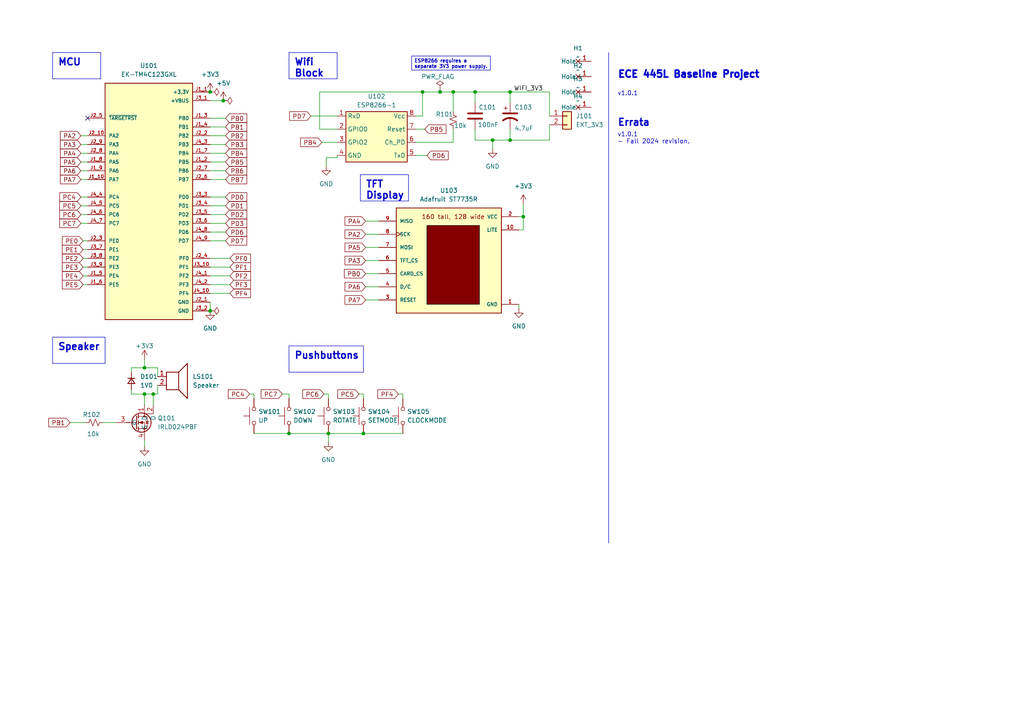
<source format=kicad_sch>
(kicad_sch (version 20250114) (generator "eeschema") (generator_version "9.0")
  (paper "A4")
  (title_block (title "ECE 445L Baseline Project") (date "2024-08-07") (rev "v1.0.1") (company "The University of Texas at Austin"))
  (text "v1.0.1\n- Fall 2024 revision." (at 179.07 41.91 0) (effects (font (size 1.27 1.27)) (justify left bottom)))
  (text "ECE 445L Baseline Project" (at 179.07 22.86 0) (effects (font (size 2 2) (thickness 0.6) (bold yes)) (justify left bottom)))
  (text "v1.0.1" (at 179.07 27.94 0) (effects (font (size 1.27 1.27)) (justify left bottom)))
  (text "Errata" (at 179.07 36.83 0) (effects (font (size 2 2) (thickness 0.4) (bold yes)) (justify left bottom)))
  (text_box "MCU" (at 15.24 15.24 0) (size 13.97 7.62) (margins 1.5 1.5 1.5 1.5) (effects (font (size 2 2) (thickness 0.4) (bold yes)) (justify left top)))
  (text_box "ESP8266 requires a separate 3V3 power supply." (at 119.38 16.256 0) (size 22.86 4.064) (margins 0.75 0.75 0.75 0.75) (effects (font (size 1 1) (bold yes)) (justify left top)))
  (text_box "Speaker" (at 15.24 97.79 0) (size 15.24 7.62) (margins 1.5 1.5 1.5 1.5) (effects (font (size 2 2) (thickness 0.4) (bold yes)) (justify left top)))
  (text_box "ESP8266 requires a separate 3V3 power supply." (at 64.77 328.041 0) (size 22.86 4.064) (margins 0.75 0.75 0.75 0.75) (effects (font (size 1 1) (bold yes)) (justify left top)))
  (text_box "MCU" (at 10.16 242.57 0) (size 13.97 7.62) (margins 1.5 1.5 1.5 1.5) (effects (font (size 2 2) (thickness 0.4) (bold yes)) (justify left top)))
  (text_box "Pushbuttons" (at 83.82 100.33 0) (size 21.59 7.62) (margins 1.5 1.5 1.5 1.5) (effects (font (size 2 2) (thickness 0.4) (bold yes)) (justify left top)))
  (text_box "TFT Display" (at 104.521 50.673 0) (size 13.97 7.62) (margins 1.5 1.5 1.5 1.5) (effects (font (size 2 2) (thickness 0.4) (bold yes)) (justify left top)))
  (text_box "Speaker" (at 73.66 244.475 0) (size 15.24 7.62) (margins 1.5 1.5 1.5 1.5) (effects (font (size 2 2) (thickness 0.4) (bold yes)) (justify left top)))
  (text_box "Thermister\n\n" (at -34.29 308.61 0) (size 21.59 7.62) (margins 1.5 1.5 1.5 1.5) (effects (font (size 2 2) (thickness 0.4) (bold yes)) (justify left top)))
  (text_box "Pushbuttons" (at -39.37 265.43 0) (size 21.59 7.62) (margins 1.5 1.5 1.5 1.5) (effects (font (size 2 2) (thickness 0.4) (bold yes)) (justify left top)))
  (text_box "Wifi Block" (at 29.21 327.025 0) (size 13.97 7.62) (margins 1.5 1.5 1.5 1.5) (effects (font (size 2 2) (thickness 0.4) (bold yes)) (justify left top)))
  (text_box "Wifi Block" (at 83.82 15.24 0) (size 13.97 7.62) (margins 1.5 1.5 1.5 1.5) (effects (font (size 2 2) (thickness 0.4) (bold yes)) (justify left top)))
  (text_box "TFT Display" (at -38.354 220.218 0) (size 13.97 7.62) (margins 1.5 1.5 1.5 1.5) (effects (font (size 2 2) (thickness 0.4) (bold yes)) (justify left top)))
  (junction (at 60.96 26.67))
  (junction (at -27.94 290.83))
  (junction (at 95.25 125.73))
  (junction (at 127.635 26.67))
  (junction (at 147.955 26.67))
  (junction (at -17.78 290.83))
  (junction (at 41.91 106.68))
  (junction (at 100.33 253.365))
  (junction (at 121.92 337.82))
  (junction (at 96.52 260.35))
  (junction (at 88.265 352.425))
  (junction (at 44.45 114.3))
  (junction (at 59.69 256.54))
  (junction (at 83.185 338.455))
  (junction (at -8.89 321.31))
  (junction (at 76.835 338.455))
  (junction (at 122.555 26.67))
  (junction (at 137.795 26.67))
  (junction (at 147.955 40.64))
  (junction (at -39.37 290.83))
  (junction (at 60.96 90.17))
  (junction (at 100.33 260.985))
  (junction (at 102.87 260.985))
  (junction (at 154.94 337.82))
  (junction (at 67.945 338.455))
  (junction (at 55.88 254))
  (junction (at 55.88 317.5))
  (junction (at 41.91 114.3))
  (junction (at 142.875 40.64))
  (junction (at 139.7 320.04))
  (junction (at 131.445 26.67))
  (junction (at 83.82 125.73))
  (junction (at 73.025 338.455))
  (junction (at 105.41 125.73))
  (junction (at 151.765 62.865))
  (junction (at 64.77 29.21))
  (junction (at 8.89 232.41))
  (junction (at 96.52 253.365))
  (junction (at 93.345 338.455))
  (no_connect (at 20.32 261.62))
  (no_connect (at 25.4 34.29))
  (wire (pts (xy 60.96 41.91) (xy 65.405 41.91)))
  (wire (pts (xy 106.045 71.755) (xy 109.855 71.755)))
  (wire (pts (xy 93.345 41.275) (xy 97.79 41.275)))
  (wire (pts (xy 81.915 114.3) (xy 83.82 114.3)))
  (wire (pts (xy 55.88 261.62) (xy 60.325 261.62)))
  (wire (pts (xy 73.66 114.3) (xy 73.66 115.57)))
  (wire (pts (xy 104.14 258.445) (xy 104.14 260.985)))
  (wire (pts (xy 116.84 114.3) (xy 116.84 115.57)))
  (wire (pts (xy 60.96 52.07) (xy 65.405 52.07)))
  (wire (pts (xy -7.62 279.4) (xy -6.35 279.4)))
  (wire (pts (xy 60.96 36.83) (xy 65.405 36.83)))
  (wire (pts (xy 91.44 260.35) (xy 96.52 260.35)))
  (wire (pts (xy 154.94 337.82) (xy 162.56 337.82)))
  (wire (pts (xy 18.415 266.7) (xy 20.32 266.7)))
  (wire (pts (xy -36.83 245.11) (xy -33.02 245.11)))
  (wire (pts (xy 95.25 125.73) (xy 95.25 128.27)))
  (wire (pts (xy -17.78 290.83) (xy -6.35 290.83)))
  (wire (pts (xy 20.32 122.555) (xy 24.765 122.555)))
  (wire (pts (xy 38.1 106.68) (xy 41.91 106.68)))
  (wire (pts (xy 94.615 45.72) (xy 94.615 48.26)))
  (wire (pts (xy -36.83 237.49) (xy -33.02 237.49)))
  (wire (pts (xy 106.045 79.375) (xy 109.855 79.375)))
  (wire (pts (xy 60.96 69.85) (xy 65.405 69.85)))
  (wire (pts (xy 19.05 304.8) (xy 20.32 304.8)))
  (wire (pts (xy 131.445 41.275) (xy 131.445 37.465)))
  (wire (pts (xy 18.415 269.24) (xy 20.32 269.24)))
  (wire (pts (xy 19.05 302.26) (xy 20.32 302.26)))
  (wire (pts (xy 23.495 64.77) (xy 25.4 64.77)))
  (wire (pts (xy 147.955 40.64) (xy 159.385 40.64)))
  (wire (pts (xy 120.65 45.085) (xy 123.825 45.085)))
  (wire (pts (xy 60.96 77.47) (xy 66.675 77.47)))
  (wire (pts (xy 45.72 111.76) (xy 45.72 114.3)))
  (wire (pts (xy 18.415 287.02) (xy 20.32 287.02)))
  (wire (pts (xy 92.71 26.67) (xy 92.71 37.465)))
  (wire (pts (xy 18.415 284.48) (xy 20.32 284.48)))
  (wire (pts (xy 43.18 357.505) (xy 39.37 357.505)))
  (wire (pts (xy 106.045 75.565) (xy 109.855 75.565)))
  (wire (pts (xy 24.13 77.47) (xy 25.4 77.47)))
  (wire (pts (xy 55.88 279.4) (xy 60.325 279.4)))
  (wire (pts (xy 73.025 337.82) (xy 73.025 338.455)))
  (wire (pts (xy 73.66 125.73) (xy 83.82 125.73)))
  (wire (pts (xy -39.37 279.4) (xy -39.37 280.67)))
  (wire (pts (xy 93.345 352.425) (xy 93.345 349.25)))
  (wire (pts (xy 23.495 62.23) (xy 25.4 62.23)))
  (wire (pts (xy 97.79 45.72) (xy 94.615 45.72)))
  (wire (pts (xy 23.495 41.91) (xy 25.4 41.91)))
  (wire (pts (xy 142.875 40.64) (xy 137.795 40.64)))
  (wire (pts (xy 41.91 104.14) (xy 41.91 106.68)))
  (wire (pts (xy 96.52 252.73) (xy 96.52 253.365)))
  (wire (pts (xy 29.845 122.555) (xy 33.655 122.555)))
  (wire (pts (xy 60.96 39.37) (xy 65.405 39.37)))
  (wire (pts (xy 91.44 252.73) (xy 96.52 252.73)))
  (wire (pts (xy 7.62 232.41) (xy 8.89 232.41)))
  (wire (pts (xy -8.89 318.77) (xy -8.89 321.31)))
  (wire (pts (xy 55.88 274.32) (xy 60.325 274.32)))
  (wire (pts (xy 60.96 87.63) (xy 60.96 90.17)))
  (wire (pts (xy 41.91 114.3) (xy 44.45 114.3)))
  (wire (pts (xy 131.445 26.67) (xy 127.635 26.67)))
  (wire (pts (xy 96.52 260.35) (xy 96.52 259.715)))
  (wire (pts (xy 38.735 353.06) (xy 43.18 353.06)))
  (wire (pts (xy 100.33 250.825) (xy 100.33 253.365)))
  (wire (pts (xy 24.13 72.39) (xy 25.4 72.39)))
  (wire (pts (xy 72.39 114.3) (xy 73.66 114.3)))
  (wire (pts (xy 96.52 260.985) (xy 96.52 260.35)))
  (wire (pts (xy 38.1 106.68) (xy 38.1 107.95)))
  (wire (pts (xy 19.05 307.34) (xy 20.32 307.34)))
  (wire (pts (xy 18.415 289.56) (xy 20.32 289.56)))
  (wire (pts (xy 60.96 85.09) (xy 66.675 85.09)))
  (wire (pts (xy 24.13 69.85) (xy 25.4 69.85)))
  (wire (pts (xy -17.78 279.4) (xy -17.78 280.67)))
  (wire (pts (xy 18.415 271.78) (xy 20.32 271.78)))
  (wire (pts (xy 38.1 114.3) (xy 41.91 114.3)))
  (wire (pts (xy 96.52 253.365) (xy 96.52 254.635)))
  (wire (pts (xy 127.635 26.035) (xy 127.635 26.67)))
  (wire (pts (xy 88.265 354.965) (xy 88.265 352.425)))
  (wire (pts (xy 23.495 49.53) (xy 25.4 49.53)))
  (wire (pts (xy 67.945 345.44) (xy 67.945 338.455)))
  (wire (pts (xy 60.96 80.01) (xy 66.675 80.01)))
  (wire (pts (xy 19.05 297.18) (xy 20.32 297.18)))
  (wire (pts (xy 121.92 320.04) (xy 121.92 323.85)))
  (wire (pts (xy -27.94 279.4) (xy -27.94 280.67)))
  (wire (pts (xy -39.37 290.83) (xy -27.94 290.83)))
  (wire (pts (xy -50.8 279.4) (xy -49.53 279.4)))
  (wire (pts (xy 139.7 320.04) (xy 139.7 326.39)))
  (wire (pts (xy 55.88 307.34) (xy 61.595 307.34)))
  (wire (pts (xy 154.94 323.85) (xy 154.94 320.04)))
  (wire (pts (xy 100.33 253.365) (xy 104.14 253.365)))
  (wire (pts (xy 55.88 302.26) (xy 61.595 302.26)))
  (wire (pts (xy 93.345 338.455) (xy 93.345 341.63)))
  (wire (pts (xy 120.65 33.655) (xy 122.555 33.655)))
  (wire (pts (xy 100.33 274.32) (xy 100.33 276.225)))
  (wire (pts (xy 60.96 34.29) (xy 65.405 34.29)))
  (wire (pts (xy 55.88 276.86) (xy 60.325 276.86)))
  (wire (pts (xy 151.765 59.055) (xy 151.765 62.865)))
  (wire (pts (xy 115.57 114.3) (xy 116.84 114.3)))
  (wire (pts (xy 154.94 320.04) (xy 139.7 320.04)))
  (wire (pts (xy 55.88 294.64) (xy 60.325 294.64)))
  (wire (pts (xy -12.7 321.31) (xy -8.89 321.31)))
  (wire (pts (xy 100.33 260.985) (xy 100.33 264.16)))
  (wire (pts (xy 24.13 80.01) (xy 25.4 80.01)))
  (wire (pts (xy 55.88 309.88) (xy 61.595 309.88)))
  (wire (pts (xy 55.88 289.56) (xy 60.325 289.56)))
  (wire (pts (xy 106.045 67.945) (xy 109.855 67.945)))
  (wire (pts (xy 88.265 352.425) (xy 93.345 352.425)))
  (wire (pts (xy 83.82 114.3) (xy 83.82 115.57)))
  (wire (pts (xy 18.415 274.32) (xy 20.32 274.32)))
  (wire (pts (xy 8.89 236.22) (xy 8.89 232.41)))
  (wire (pts (xy 97.79 45.085) (xy 97.79 45.72)))
  (wire (pts (xy 23.495 39.37) (xy 25.4 39.37)))
  (wire (pts (xy 121.92 331.47) (xy 121.92 337.82)))
  (wire (pts (xy -27.94 290.83) (xy -17.78 290.83)))
  (wire (pts (xy 83.82 125.73) (xy 95.25 125.73)))
  (wire (pts (xy 104.14 114.3) (xy 105.41 114.3)))
  (wire (pts (xy 7.62 257.81) (xy 7.62 259.08)))
  (wire (pts (xy 120.65 37.465) (xy 123.19 37.465)))
  (wire (pts (xy 23.495 44.45) (xy 25.4 44.45)))
  (wire (pts (xy 96.52 260.985) (xy 100.33 260.985)))
  (wire (pts (xy 90.17 33.655) (xy 97.79 33.655)))
  (wire (pts (xy 66.04 353.06) (xy 76.835 353.06)))
  (wire (pts (xy 60.96 29.21) (xy 64.77 29.21)))
  (wire (pts (xy -29.21 279.4) (xy -27.94 279.4)))
  (wire (pts (xy 18.415 292.1) (xy 20.32 292.1)))
  (wire (pts (xy -8.89 321.31) (xy -8.89 331.47)))
  (wire (pts (xy 142.875 40.64) (xy 147.955 40.64)))
  (wire (pts (xy 137.795 26.67) (xy 131.445 26.67)))
  (wire (pts (xy -36.83 256.54) (xy -33.02 256.54)))
  (wire (pts (xy 106.045 64.135) (xy 109.855 64.135)))
  (wire (pts (xy 104.14 253.365) (xy 104.14 255.905)))
  (polyline (pts (xy 176.53 15.24) (xy 176.53 157.48)))
  (wire (pts (xy 24.13 82.55) (xy 25.4 82.55)))
  (wire (pts (xy 83.185 338.455) (xy 83.185 341.63)))
  (wire (pts (xy 23.495 52.07) (xy 25.4 52.07)))
  (wire (pts (xy 106.045 83.185) (xy 109.855 83.185)))
  (wire (pts (xy 151.765 66.675) (xy 151.765 62.865)))
  (wire (pts (xy 93.345 337.82) (xy 93.345 338.455)))
  (wire (pts (xy -36.83 233.68) (xy -33.02 233.68)))
  (wire (pts (xy 76.835 338.455) (xy 76.835 344.17)))
  (wire (pts (xy 121.92 337.82) (xy 127 337.82)))
  (wire (pts (xy 147.955 26.67) (xy 137.795 26.67)))
  (wire (pts (xy 106.045 86.995) (xy 109.855 86.995)))
  (wire (pts (xy 44.45 114.3) (xy 45.72 114.3)))
  (wire (pts (xy 23.495 46.99) (xy 25.4 46.99)))
  (wire (pts (xy 154.94 331.47) (xy 154.94 337.82)))
  (wire (pts (xy 39.37 357.505) (xy 39.37 361.95)))
  (wire (pts (xy 78.74 269.24) (xy 83.185 269.24)))
  (wire (pts (xy 93.98 114.3) (xy 95.25 114.3)))
  (wire (pts (xy 67.945 338.455) (xy 38.1 338.455)))
  (wire (pts (xy 127.635 26.67) (xy 122.555 26.67)))
  (wire (pts (xy 105.41 125.73) (xy 116.84 125.73)))
  (wire (pts (xy 76.835 353.06) (xy 76.835 349.25)))
  (wire (pts (xy 55.88 287.02) (xy 60.325 287.02)))
  (wire (pts (xy 66.04 356.87) (xy 69.215 356.87)))
  (wire (pts (xy 88.265 352.425) (xy 83.185 352.425)))
  (wire (pts (xy 102.87 260.985) (xy 104.14 260.985)))
  (wire (pts (xy 150.495 66.675) (xy 151.765 66.675)))
  (wire (pts (xy 137.795 40.64) (xy 137.795 37.465)))
  (wire (pts (xy 152.4 337.82) (xy 154.94 337.82)))
  (wire (pts (xy 159.385 36.195) (xy 159.385 40.64)))
  (wire (pts (xy 97.79 37.465) (xy 92.71 37.465)))
  (wire (pts (xy 100.33 260.985) (xy 102.87 260.985)))
  (wire (pts (xy 102.87 260.985) (xy 102.87 264.16)))
  (wire (pts (xy 139.7 320.04) (xy 121.92 320.04)))
  (wire (pts (xy 96.52 253.365) (xy 100.33 253.365)))
  (wire (pts (xy 60.96 64.77) (xy 65.405 64.77)))
  (wire (pts (xy -36.83 248.92) (xy -33.02 248.92)))
  (wire (pts (xy 150.495 88.265) (xy 150.495 89.535)))
  (wire (pts (xy 93.345 337.82) (xy 121.92 337.82)))
  (wire (pts (xy 137.795 26.67) (xy 137.795 29.845)))
  (wire (pts (xy 120.65 41.275) (xy 131.445 41.275)))
  (wire (pts (xy -6.35 279.4) (xy -6.35 280.67)))
  (wire (pts (xy -36.83 252.73) (xy -33.02 252.73)))
  (wire (pts (xy 41.91 114.3) (xy 41.91 117.475)))
  (wire (pts (xy 142.875 43.18) (xy 142.875 40.64)))
  (wire (pts (xy 55.88 312.42) (xy 61.595 312.42)))
  (wire (pts (xy 95.25 114.3) (xy 95.25 115.57)))
  (wire (pts (xy 73.025 338.455) (xy 67.945 338.455)))
  (wire (pts (xy 55.88 314.96) (xy 55.88 317.5)))
  (wire (pts (xy 122.555 33.655) (xy 122.555 26.67)))
  (wire (pts (xy 55.88 284.48) (xy 60.325 284.48)))
  (wire (pts (xy 60.96 82.55) (xy 66.675 82.55)))
  (wire (pts (xy 55.88 264.16) (xy 60.325 264.16)))
  (wire (pts (xy 60.96 74.93) (xy 66.675 74.93)))
  (wire (pts (xy 19.05 299.72) (xy 20.32 299.72)))
  (wire (pts (xy -49.53 290.83) (xy -39.37 290.83)))
  (wire (pts (xy -27.94 290.83) (xy -27.94 293.37)))
  (wire (pts (xy 88.265 269.24) (xy 92.075 269.24)))
  (wire (pts (xy 105.41 114.3) (xy 105.41 115.57)))
  (wire (pts (xy 93.345 338.455) (xy 83.185 338.455)))
  (wire (pts (xy 43.18 356.87) (xy 43.18 357.505)))
  (wire (pts (xy 8.89 228.6) (xy 8.89 232.41)))
  (wire (pts (xy 55.88 266.7) (xy 60.325 266.7)))
  (wire (pts (xy -49.53 279.4) (xy -49.53 280.67)))
  (wire (pts (xy 95.25 125.73) (xy 105.41 125.73)))
  (wire (pts (xy 131.445 26.67) (xy 131.445 32.385)))
  (wire (pts (xy 44.45 114.3) (xy 44.45 117.475)))
  (wire (pts (xy 60.96 44.45) (xy 65.405 44.45)))
  (wire (pts (xy 55.88 256.54) (xy 59.69 256.54)))
  (wire (pts (xy 60.96 67.31) (xy 65.405 67.31)))
  (wire (pts (xy 60.96 57.15) (xy 65.405 57.15)))
  (wire (pts (xy 66.04 349.25) (xy 68.58 349.25)))
  (wire (pts (xy 18.415 279.4) (xy 20.32 279.4)))
  (wire (pts (xy -19.05 279.4) (xy -17.78 279.4)))
  (wire (pts (xy 55.88 271.78) (xy 60.325 271.78)))
  (wire (pts (xy 23.495 57.15) (xy 25.4 57.15)))
  (wire (pts (xy 45.72 106.68) (xy 45.72 109.22)))
  (wire (pts (xy 41.91 127.635) (xy 41.91 129.54)))
  (wire (pts (xy 55.88 292.1) (xy 60.325 292.1)))
  (wire (pts (xy 147.955 40.64) (xy 147.955 37.465)))
  (wire (pts (xy 66.04 345.44) (xy 67.945 345.44)))
  (wire (pts (xy 38.1 338.455) (xy 38.1 349.25)))
  (wire (pts (xy 18.415 276.86) (xy 20.32 276.86)))
  (wire (pts (xy 19.05 309.88) (xy 20.32 309.88)))
  (wire (pts (xy -36.83 241.3) (xy -33.02 241.3)))
  (wire (pts (xy 60.96 59.69) (xy 65.405 59.69)))
  (wire (pts (xy 147.955 26.67) (xy 147.955 29.845)))
  (wire (pts (xy 122.555 26.67) (xy 92.71 26.67)))
  (wire (pts (xy 23.495 59.69) (xy 25.4 59.69)))
  (wire (pts (xy 55.88 297.18) (xy 60.325 297.18)))
  (wire (pts (xy 60.96 46.99) (xy 65.405 46.99)))
  (wire (pts (xy 35.56 345.44) (xy 43.18 345.44)))
  (wire (pts (xy 159.385 26.67) (xy 159.385 33.655)))
  (wire (pts (xy 150.495 62.865) (xy 151.765 62.865)))
  (wire (pts (xy 43.18 349.25) (xy 38.1 349.25)))
  (wire (pts (xy 60.96 62.23) (xy 65.405 62.23)))
  (wire (pts (xy 41.91 106.68) (xy 45.72 106.68)))
  (wire (pts (xy 60.96 49.53) (xy 65.405 49.53)))
  (wire (pts (xy 24.13 74.93) (xy 25.4 74.93)))
  (wire (pts (xy 83.185 352.425) (xy 83.185 349.25)))
  (wire (pts (xy 55.88 304.8) (xy 61.595 304.8)))
  (wire (pts (xy 159.385 26.67) (xy 147.955 26.67)))
  (wire (pts (xy 38.1 114.3) (xy 38.1 113.03)))
  (wire (pts (xy 7.62 236.22) (xy 8.89 236.22)))
  (wire (pts (xy 83.185 338.455) (xy 76.835 338.455)))
  (wire (pts (xy 76.835 338.455) (xy 73.025 338.455)))
  (wire (pts (xy -41.275 279.4) (xy -39.37 279.4)))
  (wire (pts (xy 55.88 269.24) (xy 60.325 269.24)))
  (label "ESP_3V3" (at 102.87 337.82 180))
  (label "WIFI_3V3" (at 157.48 26.67 180))
  (global_label "PC7" (shape input) (at 18.415 292.1 180) (property "Intersheetrefs" "${INTERSHEET_REFS}" (effects (hide yes))))
  (global_label "PC5" (shape input) (at 23.495 59.69 180) (property "Intersheetrefs" "${INTERSHEET_REFS}" (effects (hide yes))))
  (global_label "PE2" (shape input) (at 19.05 302.26 180) (property "Intersheetrefs" "${INTERSHEET_REFS}" (effects (hide yes))))
  (global_label "PB6" (shape input) (at 65.405 49.53 0) (property "Intersheetrefs" "${INTERSHEET_REFS}" (effects (hide yes))))
  (global_label "PA7" (shape input) (at 18.415 279.4 180) (property "Intersheetrefs" "${INTERSHEET_REFS}" (effects (hide yes))))
  (global_label "PB2" (shape input) (at 65.405 39.37 0) (property "Intersheetrefs" "${INTERSHEET_REFS}" (effects (hide yes))))
  (global_label "PD7" (shape input) (at 60.325 297.18 0) (property "Intersheetrefs" "${INTERSHEET_REFS}" (effects (hide yes))))
  (global_label "PA7" (shape input) (at 23.495 52.07 180) (property "Intersheetrefs" "${INTERSHEET_REFS}" (effects (hide yes))))
  (global_label "PA4" (shape input) (at 23.495 44.45 180) (property "Intersheetrefs" "${INTERSHEET_REFS}" (effects (hide yes))))
  (global_label "PB5" (shape input) (at 65.405 46.99 0) (property "Intersheetrefs" "${INTERSHEET_REFS}" (effects (hide yes))))
  (global_label "PD1" (shape input) (at 60.325 287.02 0) (property "Intersheetrefs" "${INTERSHEET_REFS}" (effects (hide yes))))
  (global_label "PA7" (shape input) (at -36.83 256.54 180) (property "Intersheetrefs" "${INTERSHEET_REFS}" (effects (hide yes))))
  (global_label "PB3" (shape input) (at 65.405 41.91 0) (property "Intersheetrefs" "${INTERSHEET_REFS}" (effects (hide yes))))
  (global_label "PD7" (shape input) (at 65.405 69.85 0) (property "Intersheetrefs" "${INTERSHEET_REFS}" (effects (hide yes))))
  (global_label "PB3" (shape input) (at 60.325 269.24 0) (property "Intersheetrefs" "${INTERSHEET_REFS}" (effects (hide yes))))
  (global_label "PE0" (shape input) (at 24.13 69.85 180) (property "Intersheetrefs" "${INTERSHEET_REFS}" (effects (hide yes))))
  (global_label "PE5" (shape input) (at 19.05 309.88 180) (property "Intersheetrefs" "${INTERSHEET_REFS}" (effects (hide yes))))
  (global_label "PD0" (shape input) (at 60.325 284.48 0) (property "Intersheetrefs" "${INTERSHEET_REFS}" (effects (hide yes))))
  (global_label "PC5" (shape input) (at 18.415 287.02 180) (property "Intersheetrefs" "${INTERSHEET_REFS}" (effects (hide yes))))
  (global_label "PB1" (shape input) (at 78.74 269.24 180) (property "Intersheetrefs" "${INTERSHEET_REFS}" (effects (hide yes))))
  (global_label "PB1" (shape input) (at 60.325 264.16 0) (property "Intersheetrefs" "${INTERSHEET_REFS}" (effects (hide yes))))
  (global_label "PD1" (shape input) (at 65.405 59.69 0) (property "Intersheetrefs" "${INTERSHEET_REFS}" (effects (hide yes))))
  (global_label "PF3" (shape input) (at 61.595 309.88 0) (property "Intersheetrefs" "${INTERSHEET_REFS}" (effects (hide yes))))
  (global_label "PE4" (shape input) (at 19.05 307.34 180) (property "Intersheetrefs" "${INTERSHEET_REFS}" (effects (hide yes))))
  (global_label "PF0" (shape input) (at 61.595 302.26 0) (property "Intersheetrefs" "${INTERSHEET_REFS}" (effects (hide yes))))
  (global_label "PA2" (shape input) (at 18.415 266.7 180) (property "Intersheetrefs" "${INTERSHEET_REFS}" (effects (hide yes))))
  (global_label "PB5" (shape input) (at 60.325 274.32 0) (property "Intersheetrefs" "${INTERSHEET_REFS}" (effects (hide yes))))
  (global_label "PF4" (shape input) (at 66.675 85.09 0) (property "Intersheetrefs" "${INTERSHEET_REFS}" (effects (hide yes))))
  (global_label "PE3" (shape input) (at 24.13 77.47 180) (property "Intersheetrefs" "${INTERSHEET_REFS}" (effects (hide yes))))
  (global_label "PC7" (shape input) (at 23.495 64.77 180) (property "Intersheetrefs" "${INTERSHEET_REFS}" (effects (hide yes))))
  (global_label "PE0" (shape input) (at 38.735 353.06 180) (property "Intersheetrefs" "${INTERSHEET_REFS}" (effects (hide yes))))
  (global_label "PF4" (shape input) (at -7.62 279.4 180) (property "Intersheetrefs" "${INTERSHEET_REFS}" (effects (hide yes))))
  (global_label "PF2" (shape input) (at 61.595 307.34 0) (property "Intersheetrefs" "${INTERSHEET_REFS}" (effects (hide yes))))
  (global_label "PE0" (shape input) (at 19.05 297.18 180) (property "Intersheetrefs" "${INTERSHEET_REFS}" (effects (hide yes))))
  (global_label "PA2" (shape input) (at 106.045 67.945 180) (property "Intersheetrefs" "${INTERSHEET_REFS}" (effects (hide yes))))
  (global_label "PB0" (shape input) (at -36.83 248.92 180) (property "Intersheetrefs" "${INTERSHEET_REFS}" (effects (hide yes))))
  (global_label "PD7" (shape input) (at 90.17 33.655 180) (property "Intersheetrefs" "${INTERSHEET_REFS}" (effects (hide yes))))
  (global_label "PB4" (shape input) (at 93.345 41.275 180) (property "Intersheetrefs" "${INTERSHEET_REFS}" (effects (hide yes))))
  (global_label "PC7" (shape input) (at 81.915 114.3 180) (property "Intersheetrefs" "${INTERSHEET_REFS}" (effects (hide yes))))
  (global_label "PA4" (shape input) (at 18.415 271.78 180) (property "Intersheetrefs" "${INTERSHEET_REFS}" (effects (hide yes))))
  (global_label "PD2" (shape input) (at 60.325 289.56 0) (property "Intersheetrefs" "${INTERSHEET_REFS}" (effects (hide yes))))
  (global_label "PE2" (shape input) (at 24.13 74.93 180) (property "Intersheetrefs" "${INTERSHEET_REFS}" (effects (hide yes))))
  (global_label "PA3" (shape input) (at 23.495 41.91 180) (property "Intersheetrefs" "${INTERSHEET_REFS}" (effects (hide yes))))
  (global_label "PE4" (shape input) (at 24.13 80.01 180) (property "Intersheetrefs" "${INTERSHEET_REFS}" (effects (hide yes))))
  (global_label "PF1" (shape input) (at 61.595 304.8 0) (property "Intersheetrefs" "${INTERSHEET_REFS}" (effects (hide yes))))
  (global_label "PC4" (shape input) (at 23.495 57.15 180) (property "Intersheetrefs" "${INTERSHEET_REFS}" (effects (hide yes))))
  (global_label "PB0" (shape input) (at 65.405 34.29 0) (property "Intersheetrefs" "${INTERSHEET_REFS}" (effects (hide yes))))
  (global_label "PE2" (shape input) (at -12.7 321.31 180) (property "Intersheetrefs" "${INTERSHEET_REFS}" (effects (hide yes))))
  (global_label "PA2" (shape input) (at -36.83 237.49 180) (property "Intersheetrefs" "${INTERSHEET_REFS}" (effects (hide yes))))
  (global_label "PE1" (shape input) (at 24.13 72.39 180) (property "Intersheetrefs" "${INTERSHEET_REFS}" (effects (hide yes))))
  (global_label "PF3" (shape input) (at 66.675 82.55 0) (property "Intersheetrefs" "${INTERSHEET_REFS}" (effects (hide yes))))
  (global_label "PF4" (shape input) (at 61.595 312.42 0) (property "Intersheetrefs" "${INTERSHEET_REFS}" (effects (hide yes))))
  (global_label "PC4" (shape input) (at 72.39 114.3 180) (property "Intersheetrefs" "${INTERSHEET_REFS}" (effects (hide yes))))
  (global_label "PD3" (shape input) (at 65.405 64.77 0) (property "Intersheetrefs" "${INTERSHEET_REFS}" (effects (hide yes))))
  (global_label "PC5" (shape input) (at -19.05 279.4 180) (property "Intersheetrefs" "${INTERSHEET_REFS}" (effects (hide yes))))
  (global_label "PB6" (shape input) (at 60.325 276.86 0) (property "Intersheetrefs" "${INTERSHEET_REFS}" (effects (hide yes))))
  (global_label "PC6" (shape input) (at 93.98 114.3 180) (property "Intersheetrefs" "${INTERSHEET_REFS}" (effects (hide yes))))
  (global_label "PA6" (shape input) (at 18.415 276.86 180) (property "Intersheetrefs" "${INTERSHEET_REFS}" (effects (hide yes))))
  (global_label "PD0" (shape input) (at 65.405 57.15 0) (property "Intersheetrefs" "${INTERSHEET_REFS}" (effects (hide yes))))
  (global_label "PC7" (shape input) (at -41.275 279.4 180) (property "Intersheetrefs" "${INTERSHEET_REFS}" (effects (hide yes))))
  (global_label "PB7" (shape input) (at 65.405 52.07 0) (property "Intersheetrefs" "${INTERSHEET_REFS}" (effects (hide yes))))
  (global_label "PA4" (shape input) (at -36.83 233.68 180) (property "Intersheetrefs" "${INTERSHEET_REFS}" (effects (hide yes))))
  (global_label "PA5" (shape input) (at -36.83 241.3 180) (property "Intersheetrefs" "${INTERSHEET_REFS}" (effects (hide yes))))
  (global_label "PD6" (shape input) (at 123.825 45.085 0) (property "Intersheetrefs" "${INTERSHEET_REFS}" (effects (hide yes))))
  (global_label "PA5" (shape input) (at 18.415 274.32 180) (property "Intersheetrefs" "${INTERSHEET_REFS}" (effects (hide yes))))
  (global_label "PA2" (shape input) (at 23.495 39.37 180) (property "Intersheetrefs" "${INTERSHEET_REFS}" (effects (hide yes))))
  (global_label "PB0" (shape input) (at 60.325 261.62 0) (property "Intersheetrefs" "${INTERSHEET_REFS}" (effects (hide yes))))
  (global_label "PA7" (shape input) (at 106.045 86.995 180) (property "Intersheetrefs" "${INTERSHEET_REFS}" (effects (hide yes))))
  (global_label "PE4" (shape input) (at 69.215 356.87 0) (property "Intersheetrefs" "${INTERSHEET_REFS}" (effects (hide yes))))
  (global_label "PB1" (shape input) (at 20.32 122.555 180) (property "Intersheetrefs" "${INTERSHEET_REFS}" (effects (hide yes))))
  (global_label "PA6" (shape input) (at 106.045 83.185 180) (property "Intersheetrefs" "${INTERSHEET_REFS}" (effects (hide yes))))
  (global_label "PF0" (shape input) (at 66.675 74.93 0) (property "Intersheetrefs" "${INTERSHEET_REFS}" (effects (hide yes))))
  (global_label "PC6" (shape input) (at 23.495 62.23 180) (property "Intersheetrefs" "${INTERSHEET_REFS}" (effects (hide yes))))
  (global_label "PD3" (shape input) (at 60.325 292.1 0) (property "Intersheetrefs" "${INTERSHEET_REFS}" (effects (hide yes))))
  (global_label "PC5" (shape input) (at 104.14 114.3 180) (property "Intersheetrefs" "${INTERSHEET_REFS}" (effects (hide yes))))
  (global_label "PE5" (shape input) (at 24.13 82.55 180) (property "Intersheetrefs" "${INTERSHEET_REFS}" (effects (hide yes))))
  (global_label "PE5" (shape input) (at 35.56 345.44 180) (property "Intersheetrefs" "${INTERSHEET_REFS}" (effects (hide yes))))
  (global_label "PA6" (shape input) (at -36.83 252.73 180) (property "Intersheetrefs" "${INTERSHEET_REFS}" (effects (hide yes))))
  (global_label "PF4" (shape input) (at 115.57 114.3 180) (property "Intersheetrefs" "${INTERSHEET_REFS}" (effects (hide yes))))
  (global_label "PD6" (shape input) (at 60.325 294.64 0) (property "Intersheetrefs" "${INTERSHEET_REFS}" (effects (hide yes))))
  (global_label "PA3" (shape input) (at -36.83 245.11 180) (property "Intersheetrefs" "${INTERSHEET_REFS}" (effects (hide yes))))
  (global_label "PB4" (shape input) (at 60.325 271.78 0) (property "Intersheetrefs" "${INTERSHEET_REFS}" (effects (hide yes))))
  (global_label "PC4" (shape input) (at 18.415 284.48 180) (property "Intersheetrefs" "${INTERSHEET_REFS}" (effects (hide yes))))
  (global_label "PC4" (shape input) (at -50.8 279.4 180) (property "Intersheetrefs" "${INTERSHEET_REFS}" (effects (hide yes))))
  (global_label "PB5" (shape input) (at 123.19 37.465 0) (property "Intersheetrefs" "${INTERSHEET_REFS}" (effects (hide yes))))
  (global_label "PB2" (shape input) (at 60.325 266.7 0) (property "Intersheetrefs" "${INTERSHEET_REFS}" (effects (hide yes))))
  (global_label "PE1" (shape input) (at 19.05 299.72 180) (property "Intersheetrefs" "${INTERSHEET_REFS}" (effects (hide yes))))
  (global_label "PA3" (shape input) (at 106.045 75.565 180) (property "Intersheetrefs" "${INTERSHEET_REFS}" (effects (hide yes))))
  (global_label "PD6" (shape input) (at 65.405 67.31 0) (property "Intersheetrefs" "${INTERSHEET_REFS}" (effects (hide yes))))
  (global_label "PA4" (shape input) (at 106.045 64.135 180) (property "Intersheetrefs" "${INTERSHEET_REFS}" (effects (hide yes))))
  (global_label "PF1" (shape input) (at 66.675 77.47 0) (property "Intersheetrefs" "${INTERSHEET_REFS}" (effects (hide yes))))
  (global_label "PB7" (shape input) (at 60.325 279.4 0) (property "Intersheetrefs" "${INTERSHEET_REFS}" (effects (hide yes))))
  (global_label "PE1" (shape input) (at 68.58 349.25 0) (property "Intersheetrefs" "${INTERSHEET_REFS}" (effects (hide yes))))
  (global_label "PC6" (shape input) (at 18.415 289.56 180) (property "Intersheetrefs" "${INTERSHEET_REFS}" (effects (hide yes))))
  (global_label "PB1" (shape input) (at 65.405 36.83 0) (property "Intersheetrefs" "${INTERSHEET_REFS}" (effects (hide yes))))
  (global_label "PA6" (shape input) (at 23.495 49.53 180) (property "Intersheetrefs" "${INTERSHEET_REFS}" (effects (hide yes))))
  (global_label "PC6" (shape input) (at -29.21 279.4 180) (property "Intersheetrefs" "${INTERSHEET_REFS}" (effects (hide yes))))
  (global_label "PA3" (shape input) (at 18.415 269.24 180) (property "Intersheetrefs" "${INTERSHEET_REFS}" (effects (hide yes))))
  (global_label "PA5" (shape input) (at 106.045 71.755 180) (property "Intersheetrefs" "${INTERSHEET_REFS}" (effects (hide yes))))
  (global_label "PE3" (shape input) (at 19.05 304.8 180) (property "Intersheetrefs" "${INTERSHEET_REFS}" (effects (hide yes))))
  (global_label "PD2" (shape input) (at 65.405 62.23 0) (property "Intersheetrefs" "${INTERSHEET_REFS}" (effects (hide yes))))
  (global_label "PF2" (shape input) (at 66.675 80.01 0) (property "Intersheetrefs" "${INTERSHEET_REFS}" (effects (hide yes))))
  (global_label "PB0" (shape input) (at 106.045 79.375 180) (property "Intersheetrefs" "${INTERSHEET_REFS}" (effects (hide yes))))
  (global_label "PB4" (shape input) (at 65.405 44.45 0) (property "Intersheetrefs" "${INTERSHEET_REFS}" (effects (hide yes))))
  (global_label "PA5" (shape input) (at 23.495 46.99 180) (property "Intersheetrefs" "${INTERSHEET_REFS}" (effects (hide yes))))
  (symbol (lib_id "ECE445L:R_0.125W") (at 85.725 269.24 90) (unit 1)
    (property "Reference" "R1" (at 84.963 266.954 90))
    (property "Value" "10k" (at 85.471 272.542 90))
    (property "Footprint" "ECE445L:R_Axial_DIN0204_L3.6mm_D1.6mm_P7.62mm_Horizontal" (effects (hide yes)))
    (property "Datasheet" "https://users.ece.utexas.edu/~valvano/mspm0/CarbonFilmresistors.pdf" (effects (hide yes)))
    (property "Description" "Resistor, small US symbol" (effects (hide yes)))
  )
  (symbol (lib_id "power:GND") (at 139.7 320.04 180) (unit 1)
    (property "Reference" "#PWR017" (effects (hide yes)))
    (property "Value" "GND" (at 139.7 314.96 0))
    (property "Description" "Power symbol creates a global label with name \"GND\" , ground" (effects (hide yes)))
  )
  (symbol (lib_id "power:PWR_FLAG") (at 60.96 90.17 270) (unit 1)
    (property "Reference" "#FLG0102" (effects (hide yes)))
    (property "Value" "PWR_FLAG" (effects (hide yes)))
    (property "Description" "Special symbol for telling ERC where power comes from" (effects (hide yes)))
  )
  (symbol (lib_id "Device:D_Small") (at 38.1 110.49 270) (unit 1)
    (property "Reference" "D101" (at 40.64 109.22 90) (effects (justify left)))
    (property "Value" "1V0" (at 40.64 111.76 90) (effects (justify left)))
    (property "Footprint" "Diode_THT:D_5W_P12.70mm_Horizontal" (effects (hide yes)))
    (property "Description" "Diode, small symbol" (effects (hide yes)))
    (property "Cost" "0.10 " (effects (hide yes)))
    (property "Distributor" "Mouser" (effects (hide yes)))
    (property "Manufacturer" "onsemi" (effects (hide yes)))
    (property "P/N" "1N914 " (effects (hide yes)))
    (property "Sim.Device" "D" (effects (hide yes)))
    (property "Sim.Pins" "1=K 2=A" (effects (hide yes)))
  )
  (symbol (lib_id "ECE445L:EK-TM4C123GXL") (at 43.18 57.15 0) (unit 1)
    (property "Reference" "U101" (at 43.18 19.05 0))
    (property "Value" "EK-TM4C123GXL" (at 43.18 21.59 0))
    (property "Footprint" "ECE445L:ti_EKTM4C123GXL" (effects (hide yes)))
    (property "Datasheet" "https://www.ti.com/lit/ds/symlink/tm4c123gh6pm.pdf?ts=1693244962384&ref_url=https%253A%252F%252Fwww.google.com%252F" (effects (hide yes)))
    (property "Distributor" "Mouser" (effects (hide yes)))
    (property "Manufacturer" "Texas Instruments" (effects (hide yes)))
    (property "P/N" "EK-TM4C123GXL" (effects (hide yes)))
    (property "Cost" "22.60" (effects (hide yes)))
  )
  (symbol (lib_id "ECE445L:Adafruit_ST7735R") (at -12.7 245.11 0) (unit 1)
    (property "Reference" "U2" (at -12.7 224.79 0))
    (property "Value" "Adafruit ST7735R" (at -12.7 227.33 0))
    (property "Footprint" "ECE445L:adafruit_st7735r2" (effects (hide yes)))
    (property "Datasheet" "https://www.mouser.com/datasheet/2/737/ST7735R_V0_2-2489618.pdf" (effects (hide yes)))
    (property "Distributor" "Mouser" (effects (hide yes)))
    (property "Manufacturer" "Adafruit" (effects (hide yes)))
    (property "P/N" "358" (effects (hide yes)))
    (property "Cost" "19.95" (effects (hide yes)))
  )
  (symbol (lib_id "power:GND") (at -8.89 339.09 0) (unit 1)
    (property "Reference" "#PWR08" (effects (hide yes)))
    (property "Value" "GND" (at -8.89 344.17 0))
    (property "Description" "Power symbol creates a global label with name \"GND\" , ground" (effects (hide yes)))
  )
  (symbol (lib_id "ECE445L:IRLD024PBF") (at 27.94 123.19 0) (unit 1)
    (property "Reference" "Q101" (at 45.72 121.2849 0) (effects (justify left)))
    (property "Value" "IRLD024PBF" (at 45.72 123.8249 0) (effects (justify left)))
    (property "Footprint" "ECE445L:DIP920W60P254L490H457Q4N" (effects (hide yes)))
    (property "Datasheet" "http://www.vishay.com/docs/91308/sihld24.pdf" (effects (hide yes)))
    (property "Description" "Vishay IRLD024PBF N-channel MOSFET Transistor, 2.5 A, 60 V, 4-Pin HVMDIP" (effects (hide yes)))
    (property "Cost" "1.67" (effects (hide yes)))
    (property "Distributor" "Mouser" (effects (hide yes)))
    (property "Manufacturer" "Vishay" (effects (hide yes)))
    (property "P/N" "IRLD024PBF" (effects (hide yes)))
    (property "Sim.Device" "NMOS" (effects (hide yes)))
    (property "Sim.Type" "VDMOS" (effects (hide yes)))
    (property "Sim.Pins" "1=D 2=G 3=S" (effects (hide yes)))
    (property "Height" "4.57" (effects (hide yes)))
    (property "Mouser Part Number" "844-IRLD024PBF" (effects (hide yes)))
    (property "Mouser Price/Stock" "https://www.mouser.co.uk/ProductDetail/Vishay-Siliconix/IRLD024PBF?qs=cvaI6ThkwxvrmVanJu5OcQ%3D%3D" (effects (hide yes)))
    (property "Manufacturer_Name" "Vishay" (effects (hide yes)))
    (property "Manufacturer_Part_Number" "IRLD024PBF" (effects (hide yes)))
  )
  (symbol (lib_id "power:+3V3") (at -8.89 311.15 0) (unit 1)
    (property "Reference" "#PWR010" (effects (hide yes)))
    (property "Value" "+3V3" (at -8.89 306.07 0))
    (property "Description" "Power symbol creates a global label with name \"+3V3\"" (effects (hide yes)))
  )
  (symbol (lib_id "power:PWR_FLAG") (at 64.77 29.21 270) (unit 1)
    (property "Reference" "#FLG0103" (effects (hide yes)))
    (property "Value" "PWR_FLAG" (effects (hide yes)))
    (property "Description" "Special symbol for telling ERC where power comes from" (effects (hide yes)))
  )
  (symbol (lib_id "Switch:SW_Push") (at -27.94 285.75 90) (unit 1)
    (property "Reference" "SW3" (at -26.67 284.48 90) (effects (justify right)))
    (property "Value" "ROTATE" (at -26.67 287.02 90) (effects (justify right)))
    (property "Footprint" "Button_Switch_THT:SW_PUSH_6mm" (effects (hide yes)))
    (property "Description" "Push button switch, generic, two pins" (effects (hide yes)))
  )
  (symbol (lib_id "Switch:SW_Push") (at 73.66 120.65 90) (unit 1)
    (property "Reference" "SW101" (at 74.93 119.38 90) (effects (justify right)))
    (property "Value" "UP" (at 74.93 121.92 90) (effects (justify right)))
    (property "Footprint" "Button_Switch_THT:SW_PUSH_6mm" (effects (hide yes)))
    (property "Description" "Push button switch, generic, two pins" (effects (hide yes)))
  )
  (symbol (lib_id "ECE445L:MountingHole") (at 171.45 22.225 0) (unit 1)
    (property "Reference" "H2" (at 167.64 19.05 0))
    (property "Value" "~" (at 167.64 20.32 0))
    (property "Footprint" "ECE445L:MountingHole_4_40" (effects (hide yes)))
    (property "Description" "Drill hole for 4-40 screw" (effects (hide yes)))
  )
  (symbol (lib_id "Connector_Generic:Conn_01x02") (at 164.465 33.655 0) (unit 1)
    (property "Reference" "J101" (at 167.005 33.655 0) (effects (justify left)))
    (property "Value" "EXT_3V3" (at 167.005 36.195 0) (effects (justify left)))
    (property "Footprint" "Connector_Samtec_HPM_THT:Samtec_HPM-02-01-x-S_Straight_1x02_Pitch5.08mm" (effects (hide yes)))
    (property "Description" "Generic connector, single row, 01x02, script generated (kicad-library-utils/schlib/autogen/connector/)" (effects (hide yes)))
  )
  (symbol (lib_id "power:GND") (at 55.88 317.5 0) (unit 1)
    (property "Reference" "#PWR012" (effects (hide yes)))
    (property "Value" "GND" (at 55.88 322.58 0))
    (property "Description" "Power symbol creates a global label with name \"GND\" , ground" (effects (hide yes)))
  )
  (symbol (lib_id "ECE445L:EK-TM4C123GXL") (at 38.1 284.48 0) (unit 1)
    (property "Reference" "U1" (at 38.1 246.38 0))
    (property "Value" "EK-TM4C123GXL" (at 38.1 248.92 0))
    (property "Footprint" "ECE445L:ti_EKTM4C123GXL" (effects (hide yes)))
    (property "Datasheet" "https://www.ti.com/lit/ds/symlink/tm4c123gh6pm.pdf?ts=1693244962384&ref_url=https%253A%252F%252Fwww.google.com%252F" (effects (hide yes)))
    (property "Distributor" "Mouser" (effects (hide yes)))
    (property "Manufacturer" "Texas Instruments" (effects (hide yes)))
    (property "P/N" "EK-TM4C123GXL" (effects (hide yes)))
    (property "Cost" "22.60" (effects (hide yes)))
  )
  (symbol (lib_id "ECE445L:C_Polarized") (at 147.955 33.655 0) (unit 1)
    (property "Reference" "C103" (at 149.225 31.115 0) (effects (justify left)))
    (property "Value" "4.7uF" (at 149.225 37.211 0) (effects (justify left)))
    (property "Footprint" "ECE445L:CP_Radial_Tantal200mil" (effects (hide yes)))
    (property "Description" "Polarized capacitor, US symbol" (effects (hide yes)))
  )
  (symbol (lib_id "power:GND") (at 94.615 48.26 0) (unit 1)
    (property "Reference" "#PWR03" (effects (hide yes)))
    (property "Value" "GND" (at 94.615 53.34 0))
    (property "Description" "Power symbol creates a global label with name \"GND\" , ground" (effects (hide yes)))
  )
  (symbol (lib_id "power:+5V") (at 64.77 29.21 0) (unit 1)
    (property "Reference" "#PWR0105" (effects (hide yes)))
    (property "Value" "+5V" (at 64.77 24.13 0))
    (property "Description" "Power symbol creates a global label with name \"+5V\"" (effects (hide yes)))
  )
  (symbol (lib_id "power:GND") (at 95.25 128.27 0) (unit 1)
    (property "Reference" "#PWR0107" (effects (hide yes)))
    (property "Value" "GND" (at 95.25 133.35 0))
    (property "Description" "Power symbol creates a global label with name \"GND\" , ground" (effects (hide yes)))
  )
  (symbol (lib_id "power:+3V3") (at 100.33 250.825 0) (unit 1)
    (property "Reference" "#PWR04" (effects (hide yes)))
    (property "Value" "+3V3" (at 100.33 247.015 0))
    (property "Description" "Power symbol creates a global label with name \"+3V3\"" (effects (hide yes)))
  )
  (symbol (lib_id "power:GND") (at 150.495 89.535 0) (unit 1)
    (property "Reference" "#PWR02" (effects (hide yes)))
    (property "Value" "GND" (at 150.495 94.615 0))
    (property "Description" "Power symbol creates a global label with name \"GND\" , ground" (effects (hide yes)))
  )
  (symbol (lib_id "power:+3V3") (at 55.88 254 0) (unit 1)
    (property "Reference" "#PWR011" (effects (hide yes)))
    (property "Value" "+3V3" (at 55.88 248.92 0))
    (property "Description" "Power symbol creates a global label with name \"+3V3\"" (effects (hide yes)))
  )
  (symbol (lib_id "Switch:SW_Push") (at -39.37 285.75 90) (unit 1)
    (property "Reference" "SW2" (at -38.1 284.48 90) (effects (justify right)))
    (property "Value" "DOWN" (at -38.1 287.02 90) (effects (justify right)))
    (property "Footprint" "Button_Switch_THT:SW_PUSH_6mm" (effects (hide yes)))
    (property "Description" "Push button switch, generic, two pins" (effects (hide yes)))
  )
  (symbol (lib_id "power:+3V3") (at 8.89 228.6 0) (unit 1)
    (property "Reference" "#PWR07" (effects (hide yes)))
    (property "Value" "+3V3" (at 8.89 223.52 0))
    (property "Description" "Power symbol creates a global label with name \"+3V3\"" (effects (hide yes)))
  )
  (symbol (lib_id "ECE445L:IRLD024PBF") (at 86.36 269.875 0) (unit 1)
    (property "Reference" "Q1" (at 104.14 267.9699 0) (effects (justify left)))
    (property "Value" "IRLD024PBF" (at 104.14 270.5099 0) (effects (justify left)))
    (property "Footprint" "ECE445L:DIP920W60P254L490H457Q4N" (effects (hide yes)))
    (property "Datasheet" "http://www.vishay.com/docs/91308/sihld24.pdf" (effects (hide yes)))
    (property "Description" "Vishay IRLD024PBF N-channel MOSFET Transistor, 2.5 A, 60 V, 4-Pin HVMDIP" (effects (hide yes)))
    (property "Cost" "1.67" (effects (hide yes)))
    (property "Distributor" "Mouser" (effects (hide yes)))
    (property "Manufacturer" "Vishay" (effects (hide yes)))
    (property "P/N" "IRLD024PBF" (effects (hide yes)))
    (property "Sim.Device" "NMOS" (effects (hide yes)))
    (property "Sim.Type" "VDMOS" (effects (hide yes)))
    (property "Sim.Pins" "1=D 2=G 3=S" (effects (hide yes)))
    (property "Height" "4.57" (effects (hide yes)))
    (property "Mouser Part Number" "844-IRLD024PBF" (effects (hide yes)))
    (property "Mouser Price/Stock" "https://www.mouser.co.uk/ProductDetail/Vishay-Siliconix/IRLD024PBF?qs=cvaI6ThkwxvrmVanJu5OcQ%3D%3D" (effects (hide yes)))
    (property "Manufacturer_Name" "Vishay" (effects (hide yes)))
    (property "Manufacturer_Part_Number" "IRLD024PBF" (effects (hide yes)))
  )
  (symbol (lib_id "ECE445L:C") (at 137.795 33.655 0) (unit 1)
    (property "Reference" "C101" (at 138.811 31.115 0) (effects (justify left)))
    (property "Value" "100nF" (at 138.557 36.195 0) (effects (justify left)))
    (property "Footprint" "ECE445L:C_Axial_200mil" (effects (hide yes)))
    (property "Description" "Unpolarized capacitor" (effects (hide yes)))
  )
  (symbol (lib_id "ECE445L:MountingHole") (at 171.45 26.67 0) (unit 1)
    (property "Reference" "H3" (at 167.64 22.86 0))
    (property "Value" "~" (at 167.64 25.4 0))
    (property "Footprint" "ECE445L:MountingHole_4_40" (effects (hide yes)))
    (property "Description" "Drill hole for 4-40 screw" (effects (hide yes)))
  )
  (symbol (lib_id "ECE445L:C") (at 83.185 345.44 0) (unit 1)
    (property "Reference" "C1" (at 84.201 342.9 0) (effects (justify left)))
    (property "Value" "100nF" (at 83.947 347.98 0) (effects (justify left)))
    (property "Footprint" "ECE445L:C_Axial_200mil" (effects (hide yes)))
    (property "Description" "Unpolarized capacitor" (effects (hide yes)))
  )
  (symbol (lib_id "ECE445L:R_0.125W") (at 131.445 34.925 0) (unit 1)
    (property "Reference" "R101" (at 126.365 33.147 0) (effects (justify left)))
    (property "Value" "10k" (at 131.699 36.449 0) (effects (justify left)))
    (property "Footprint" "ECE445L:R_Axial_DIN0204_L3.6mm_D1.6mm_P7.62mm_Horizontal" (effects (hide yes)))
    (property "Datasheet" "https://users.ece.utexas.edu/~valvano/mspm0/CarbonFilmresistors.pdf" (effects (hide yes)))
    (property "Description" "Resistor, small US symbol" (effects (hide yes)))
  )
  (symbol (lib_id "power:+3V3") (at 151.765 59.055 0) (unit 1)
    (property "Reference" "#PWR01" (effects (hide yes)))
    (property "Value" "+3V3" (at 151.765 53.975 0))
    (property "Description" "Power symbol creates a global label with name \"+3V3\"" (effects (hide yes)))
  )
  (symbol (lib_id "ECE445L:C_Polarized") (at 93.345 345.44 0) (unit 1)
    (property "Reference" "C2" (at 94.615 342.9 0) (effects (justify left)))
    (property "Value" "4.7uF" (at 94.615 348.996 0) (effects (justify left)))
    (property "Footprint" "ECE445L:CP_Radial_Tantal200mil" (effects (hide yes)))
    (property "Description" "Polarized capacitor, US symbol" (effects (hide yes)))
  )
  (symbol (lib_id "Switch:SW_Push") (at 83.82 120.65 90) (unit 1)
    (property "Reference" "SW102" (at 85.09 119.38 90) (effects (justify right)))
    (property "Value" "DOWN" (at 85.09 121.92 90) (effects (justify right)))
    (property "Footprint" "Button_Switch_THT:SW_PUSH_6mm" (effects (hide yes)))
    (property "Description" "Push button switch, generic, two pins" (effects (hide yes)))
  )
  (symbol (lib_id "power:GND") (at 39.37 361.95 0) (unit 1)
    (property "Reference" "#PWR015" (effects (hide yes)))
    (property "Value" "GND" (at 39.37 367.03 0))
    (property "Description" "Power symbol creates a global label with name \"GND\" , ground" (effects (hide yes)))
  )
  (symbol (lib_id "power:PWR_FLAG") (at 55.88 254 270) (unit 1)
    (property "Reference" "#FLG01" (effects (hide yes)))
    (property "Value" "PWR_FLAG" (effects (hide yes)))
    (property "Description" "Special symbol for telling ERC where power comes from" (effects (hide yes)))
  )
  (symbol (lib_id "power:GND") (at 142.875 43.18 0) (unit 1)
    (property "Reference" "#PWR0108" (effects (hide yes)))
    (property "Value" "GND" (at 142.875 48.26 0))
    (property "Description" "Power symbol creates a global label with name \"GND\" , ground" (effects (hide yes)))
  )
  (symbol (lib_id "ECE445L:LM2937ET-3.3_NOPB") (at 152.4 339.725 180) (unit 1)
    (property "Reference" "IC1" (at 139.7 344.17 0))
    (property "Value" "LM2937ET-3.3_NOPB" (at 139.7 346.71 0))
    (property "Footprint" "ECE445L:TO254P470X1028X1955-3P" (effects (hide yes)))
    (property "Datasheet" "http://www.ti.com/general/docs/suppproductinfo.tsp?distId=10&gotoUrl=http%3A%2F%2Fwww.ti.com%2Flit%2Fgpn%2Flm2937" (effects (hide yes)))
    (property "Description" "400mA and 500mA Voltage Regulator" (effects (hide yes)))
    (property "Height" "4.7" (effects (hide yes)))
    (property "Mouser Part Number" "926-LM2937ET-3.3NOPB" (effects (hide yes)))
    (property "Mouser Price/Stock" "https://www.mouser.co.uk/ProductDetail/Texas-Instruments/LM2937ET-3.3-NOPB?qs=X1J7HmVL2ZEMUke2IfNR4w%3D%3D" (effects (hide yes)))
    (property "Manufacturer_Name" "Texas Instruments" (effects (hide yes)))
    (property "Manufacturer_Part_Number" "LM2937ET-3.3/NOPB" (effects (hide yes)))
  )
  (symbol (lib_id "Switch:SW_Push") (at 95.25 120.65 90) (unit 1)
    (property "Reference" "SW103" (at 96.52 119.38 90) (effects (justify right)))
    (property "Value" "ROTATE" (at 96.52 121.92 90) (effects (justify right)))
    (property "Footprint" "Button_Switch_THT:SW_PUSH_6mm" (effects (hide yes)))
    (property "Description" "Push button switch, generic, two pins" (effects (hide yes)))
  )
  (symbol (lib_id "power:GND") (at -27.94 293.37 0) (unit 1)
    (property "Reference" "#PWR09" (effects (hide yes)))
    (property "Value" "GND" (at -27.94 298.45 0))
    (property "Description" "Power symbol creates a global label with name \"GND\" , ground" (effects (hide yes)))
  )
  (symbol (lib_id "Switch:SW_Push") (at 105.41 120.65 90) (unit 1)
    (property "Reference" "SW104" (at 106.68 119.3799 90) (effects (justify right)))
    (property "Value" "SETMODE" (at 106.68 121.9199 90) (effects (justify right)))
    (property "Footprint" "Button_Switch_THT:SW_PUSH_6mm" (effects (hide yes)))
    (property "Description" "Push button switch, generic, two pins" (effects (hide yes)))
  )
  (symbol (lib_id "ECE445L:C_Polarized") (at 154.94 327.66 0) (unit 1)
    (property "Reference" "C4" (at 156.21 325.12 0) (effects (justify left)))
    (property "Value" "4.7uF" (at 156.21 331.216 0) (effects (justify left)))
    (property "Footprint" "ECE445L:CP_Radial_Tantal200mil" (effects (hide yes)))
    (property "Description" "Polarized capacitor, US symbol" (effects (hide yes)))
  )
  (symbol (lib_id "power:+3V3") (at 60.96 26.67 0) (unit 1)
    (property "Reference" "#PWR0103" (effects (hide yes)))
    (property "Value" "+3V3" (at 60.96 21.59 0))
    (property "Description" "Power symbol creates a global label with name \"+3V3\"" (effects (hide yes)))
  )
  (symbol (lib_id "ECE445L:C_Polarized") (at 121.92 327.66 0) (unit 1)
    (property "Reference" "C3" (at 123.19 325.12 0) (effects (justify left)))
    (property "Value" "4.7uF" (at 123.19 331.216 0) (effects (justify left)))
    (property "Footprint" "ECE445L:CP_Radial_Tantal200mil" (effects (hide yes)))
    (property "Description" "Polarized capacitor, US symbol" (effects (hide yes)))
  )
  (symbol (lib_id "Switch:SW_Push") (at -17.78 285.75 90) (unit 1)
    (property "Reference" "SW4" (at -16.51 284.4799 90) (effects (justify right)))
    (property "Value" "SETMODE" (at -16.51 287.0199 90) (effects (justify right)))
    (property "Footprint" "Button_Switch_THT:SW_PUSH_6mm" (effects (hide yes)))
    (property "Description" "Push button switch, generic, two pins" (effects (hide yes)))
  )
  (symbol (lib_id "Switch:SW_Push") (at 116.84 120.65 90) (unit 1)
    (property "Reference" "SW105" (at 118.11 119.3799 90) (effects (justify right)))
    (property "Value" "CLOCKMODE" (at 118.11 121.9199 90) (effects (justify right)))
    (property "Footprint" "Button_Switch_THT:SW_PUSH_6mm" (effects (hide yes)))
    (property "Description" "Push button switch, generic, two pins" (effects (hide yes)))
  )
  (symbol (lib_id "power:GND") (at 41.91 129.54 0) (unit 1)
    (property "Reference" "#PWR0102" (effects (hide yes)))
    (property "Value" "GND" (at 41.91 134.62 0))
    (property "Description" "Power symbol creates a global label with name \"GND\" , ground" (effects (hide yes)))
  )
  (symbol (lib_id "power:PWR_FLAG") (at 59.69 256.54 270) (unit 1)
    (property "Reference" "#FLG03" (effects (hide yes)))
    (property "Value" "PWR_FLAG" (effects (hide yes)))
    (property "Description" "Special symbol for telling ERC where power comes from" (effects (hide yes)))
  )
  (symbol (lib_id "Device:Thermistor_NTC") (at -8.89 335.28 0) (unit 1)
    (property "Reference" "TH1" (at -5.08 334.3274 0) (effects (justify left)))
    (property "Value" "Thermistor_NTC" (at -5.08 336.8674 0) (effects (justify left)))
    (property "Description" "Temperature dependent resistor, negative temperature coefficient" (effects (hide yes)))
  )
  (symbol (lib_id "power:PWR_FLAG") (at 60.96 26.67 270) (unit 1)
    (property "Reference" "#FLG0101" (effects (hide yes)))
    (property "Value" "PWR_FLAG" (effects (hide yes)))
    (property "Description" "Special symbol for telling ERC where power comes from" (effects (hide yes)))
  )
  (symbol (lib_id "ECE445L:C") (at 91.44 256.54 0) (unit 1)
    (property "Reference" "1microF" (at 81.534 255.27 0) (effects (justify left)))
    (property "Value" "C" (at 86.106 257.81 0) (effects (justify left)))
    (property "Footprint" "ECE445L:C_Axial_200mil" (effects (hide yes)))
    (property "Description" "Unpolarized capacitor" (effects (hide yes)))
  )
  (symbol (lib_id "ECE445L:ESP8266-1") (at 53.975 351.155 0) (unit 1)
    (property "Reference" "U3" (at 54.61 339.725 0))
    (property "Value" "ESP8266-1" (at 54.61 342.265 0))
    (property "Footprint" "ECE445L:PinHeader_2x04_P2.54mm_Vertical" (effects (hide yes)))
    (property "Datasheet" "https://www.microchip.ua/wireless/esp01.pdf" (effects (hide yes)))
    (property "Description" "Wifi module" (effects (hide yes)))
  )
  (symbol (lib_id "Device:Speaker") (at 50.8 109.22 0) (unit 1)
    (property "Reference" "LS101" (at 55.88 109.22 0) (effects (justify left)))
    (property "Value" "Speaker" (at 55.88 111.76 0) (effects (justify left)))
    (property "Footprint" "Connector_PinHeader_2.54mm:PinHeader_1x02_P2.54mm_Vertical" (effects (hide yes)))
    (property "Description" "Speaker" (effects (hide yes)))
  )
  (symbol (lib_id "ECE445L:R_0.125W") (at 76.835 346.71 0) (unit 1)
    (property "Reference" "R3" (at 71.755 344.932 0) (effects (justify left)))
    (property "Value" "10k" (at 77.089 348.234 0) (effects (justify left)))
    (property "Footprint" "ECE445L:R_Axial_DIN0204_L3.6mm_D1.6mm_P7.62mm_Horizontal" (effects (hide yes)))
    (property "Datasheet" "https://users.ece.utexas.edu/~valvano/mspm0/CarbonFilmresistors.pdf" (effects (hide yes)))
    (property "Description" "Resistor, small US symbol" (effects (hide yes)))
  )
  (symbol (lib_id "power:PWR_FLAG") (at 127.635 26.035 0) (unit 1)
    (property "Reference" "#FLG0104" (effects (hide yes)))
    (property "Value" "PWR_FLAG" (at 127 22.225 0))
    (property "Description" "Special symbol for telling ERC where power comes from" (effects (hide yes)))
  )
  (symbol (lib_id "power:+5V") (at 59.69 256.54 0) (unit 1)
    (property "Reference" "#PWR013" (effects (hide yes)))
    (property "Value" "+5V" (at 59.69 251.46 0))
    (property "Description" "Power symbol creates a global label with name \"+5V\"" (effects (hide yes)))
  )
  (symbol (lib_id "power:GND") (at 7.62 259.08 0) (unit 1)
    (property "Reference" "#PWR06" (effects (hide yes)))
    (property "Value" "GND" (at 7.62 264.16 0))
    (property "Description" "Power symbol creates a global label with name \"GND\" , ground" (effects (hide yes)))
  )
  (symbol (lib_id "power:PWR_FLAG") (at 55.88 317.5 270) (unit 1)
    (property "Reference" "#FLG02" (effects (hide yes)))
    (property "Value" "PWR_FLAG" (effects (hide yes)))
    (property "Description" "Special symbol for telling ERC where power comes from" (effects (hide yes)))
  )
  (symbol (lib_id "Switch:SW_Push") (at -49.53 285.75 90) (unit 1)
    (property "Reference" "SW1" (at -48.26 284.48 90) (effects (justify right)))
    (property "Value" "UP" (at -48.26 287.02 90) (effects (justify right)))
    (property "Footprint" "Button_Switch_THT:SW_PUSH_6mm" (effects (hide yes)))
    (property "Description" "Push button switch, generic, two pins" (effects (hide yes)))
  )
  (symbol (lib_id "Device:D_Small") (at 96.52 257.175 270) (unit 1)
    (property "Reference" "D1" (at 99.06 255.905 90) (effects (justify left)))
    (property "Value" "1V0" (at 99.06 258.445 90) (effects (justify left)))
    (property "Footprint" "Diode_THT:D_5W_P12.70mm_Horizontal" (effects (hide yes)))
    (property "Description" "Diode, small symbol" (effects (hide yes)))
    (property "Cost" "0.10 " (effects (hide yes)))
    (property "Distributor" "Mouser" (effects (hide yes)))
    (property "Manufacturer" "onsemi" (effects (hide yes)))
    (property "P/N" "1N914 " (effects (hide yes)))
    (property "Sim.Device" "D" (effects (hide yes)))
    (property "Sim.Pins" "1=K 2=A" (effects (hide yes)))
  )
  (symbol (lib_id "Switch:SW_Push") (at -6.35 285.75 90) (unit 1)
    (property "Reference" "SW5" (at -5.08 284.4799 90) (effects (justify right)))
    (property "Value" "CLOCKMODE" (at -5.08 287.0199 90) (effects (justify right)))
    (property "Footprint" "Button_Switch_THT:SW_PUSH_6mm" (effects (hide yes)))
    (property "Description" "Push button switch, generic, two pins" (effects (hide yes)))
  )
  (symbol (lib_id "power:GND") (at 88.265 354.965 0) (unit 1)
    (property "Reference" "#PWR014" (effects (hide yes)))
    (property "Value" "GND" (at 88.265 360.045 0))
    (property "Description" "Power symbol creates a global label with name \"GND\" , ground" (effects (hide yes)))
  )
  (symbol (lib_id "power:GND") (at 60.96 90.17 0) (unit 1)
    (property "Reference" "#PWR0104" (effects (hide yes)))
    (property "Value" "GND" (at 60.96 95.25 0))
    (property "Description" "Power symbol creates a global label with name \"GND\" , ground" (effects (hide yes)))
  )
  (symbol (lib_id "ECE445L:MountingHole") (at 171.45 17.78 0) (unit 1)
    (property "Reference" "H1" (at 167.64 13.97 0))
    (property "Value" "~" (at 167.64 16.51 0))
    (property "Footprint" "ECE445L:MountingHole_4_40" (effects (hide yes)))
    (property "Description" "Drill hole for 4-40 screw" (effects (hide yes)))
  )
  (symbol (lib_id "ECE445L:ESP8266-1") (at 108.585 39.37 0) (unit 1)
    (property "Reference" "U102" (at 109.22 27.94 0))
    (property "Value" "ESP8266-1" (at 109.22 30.48 0))
    (property "Footprint" "ECE445L:PinHeader_2x04_P2.54mm_Vertical" (effects (hide yes)))
    (property "Datasheet" "https://www.microchip.ua/wireless/esp01.pdf" (effects (hide yes)))
    (property "Description" "Wifi module" (effects (hide yes)))
  )
  (symbol (lib_id "ECE445L:MountingHole") (at 171.45 31.115 0) (unit 1)
    (property "Reference" "H4" (at 167.64 27.94 0))
    (property "Value" "~" (at 167.64 29.21 0))
    (property "Footprint" "ECE445L:MountingHole_4_40" (effects (hide yes)))
    (property "Description" "Drill hole for 4-40 screw" (effects (hide yes)))
  )
  (symbol (lib_id "Device:Speaker") (at 109.22 255.905 0) (unit 1)
    (property "Reference" "LS1" (at 114.3 255.905 0) (effects (justify left)))
    (property "Value" "Speaker" (at 114.3 258.445 0) (effects (justify left)))
    (property "Footprint" "Connector_PinHeader_2.54mm:PinHeader_1x02_P2.54mm_Vertical" (effects (hide yes)))
    (property "Description" "Speaker" (effects (hide yes)))
  )
  (symbol (lib_id "power:+3V3") (at 162.56 337.82 270) (unit 1)
    (property "Reference" "#PWR016" (effects (hide yes)))
    (property "Value" "+5V" (at 167.64 337.82 90))
    (property "Description" "Power symbol creates a global label with name \"+3V3\"" (effects (hide yes)))
  )
  (symbol (lib_id "power:GND") (at 100.33 276.225 0) (unit 1)
    (property "Reference" "#PWR05" (effects (hide yes)))
    (property "Value" "GND" (at 100.33 281.305 0))
    (property "Description" "Power symbol creates a global label with name \"GND\" , ground" (effects (hide yes)))
  )
  (symbol (lib_id "ECE445L:R_0.125W") (at 27.305 122.555 90) (unit 1)
    (property "Reference" "R102" (at 26.543 120.269 90))
    (property "Value" "10k" (at 27.051 125.857 90))
    (property "Footprint" "ECE445L:R_Axial_DIN0204_L3.6mm_D1.6mm_P7.62mm_Horizontal" (effects (hide yes)))
    (property "Datasheet" "https://users.ece.utexas.edu/~valvano/mspm0/CarbonFilmresistors.pdf" (effects (hide yes)))
    (property "Description" "Resistor, small US symbol" (effects (hide yes)))
  )
  (symbol (lib_id "power:+3V3") (at 41.91 104.14 0) (unit 1)
    (property "Reference" "#PWR0101" (effects (hide yes)))
    (property "Value" "+3V3" (at 41.91 100.33 0))
    (property "Description" "Power symbol creates a global label with name \"+3V3\"" (effects (hide yes)))
  )
  (symbol (lib_id "Device:R") (at -8.89 314.96 0) (unit 1)
    (property "Reference" "R2" (at -5.08 313.6899 0) (effects (justify left)))
    (property "Value" "10k" (at -5.08 316.2299 0) (effects (justify left)))
    (property "Description" "Resistor" (effects (hide yes)))
  )
  (symbol (lib_id "ECE445L:Adafruit_ST7735R") (at 130.175 75.565 0) (unit 1)
    (property "Reference" "U103" (at 130.175 55.245 0))
    (property "Value" "Adafruit ST7735R" (at 130.175 57.785 0))
    (property "Footprint" "ECE445L:adafruit_st7735r2" (effects (hide yes)))
    (property "Datasheet" "https://www.mouser.com/datasheet/2/737/ST7735R_V0_2-2489618.pdf" (effects (hide yes)))
    (property "Distributor" "Mouser" (effects (hide yes)))
    (property "Manufacturer" "Adafruit" (effects (hide yes)))
    (property "P/N" "358" (effects (hide yes)))
    (property "Cost" "19.95" (effects (hide yes)))
  )
)
</source>
